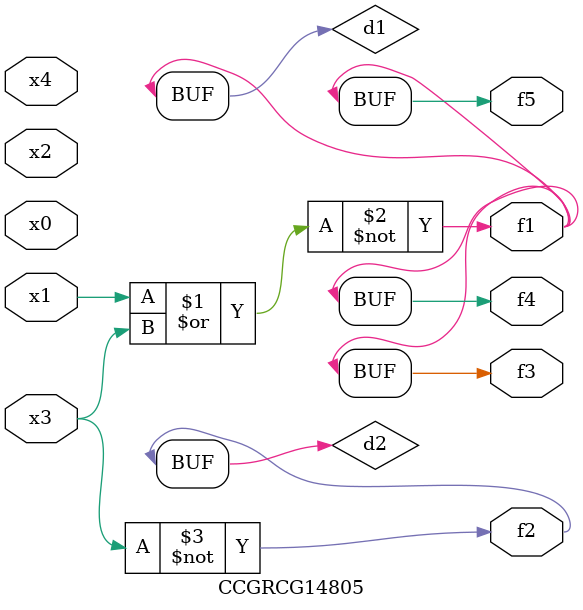
<source format=v>
module CCGRCG14805(
	input x0, x1, x2, x3, x4,
	output f1, f2, f3, f4, f5
);

	wire d1, d2;

	nor (d1, x1, x3);
	not (d2, x3);
	assign f1 = d1;
	assign f2 = d2;
	assign f3 = d1;
	assign f4 = d1;
	assign f5 = d1;
endmodule

</source>
